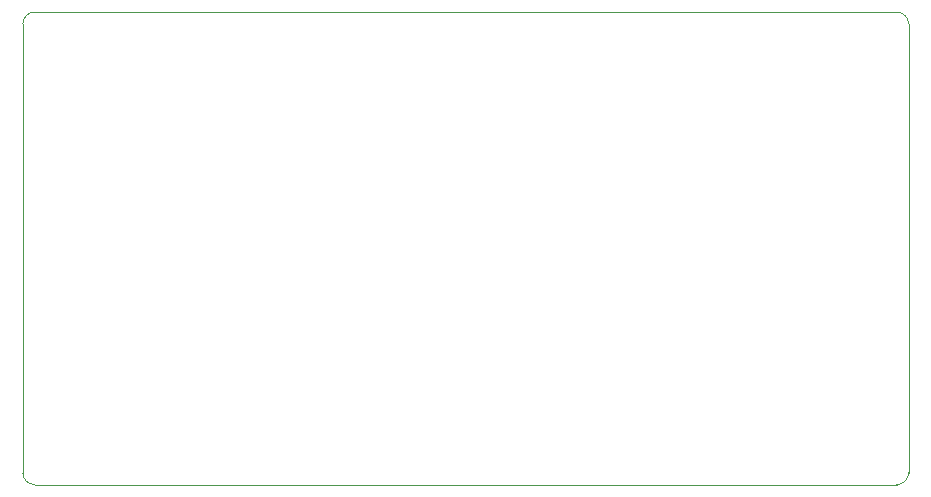
<source format=gm1>
G04 #@! TF.GenerationSoftware,KiCad,Pcbnew,8.0.1*
G04 #@! TF.CreationDate,2024-06-07T17:50:56+02:00*
G04 #@! TF.ProjectId,Remote,52656d6f-7465-42e6-9b69-6361645f7063,rev?*
G04 #@! TF.SameCoordinates,Original*
G04 #@! TF.FileFunction,Profile,NP*
%FSLAX46Y46*%
G04 Gerber Fmt 4.6, Leading zero omitted, Abs format (unit mm)*
G04 Created by KiCad (PCBNEW 8.0.1) date 2024-06-07 17:50:56*
%MOMM*%
%LPD*%
G01*
G04 APERTURE LIST*
G04 #@! TA.AperFunction,Profile*
%ADD10C,0.100000*%
G04 #@! TD*
G04 APERTURE END LIST*
D10*
X189535000Y-75250000D02*
G75*
G02*
X190535000Y-76250000I0J-1000000D01*
G01*
X189534999Y-115249999D02*
X116535001Y-115249999D01*
X190534999Y-114249999D02*
G75*
G02*
X189534999Y-115249999I-999999J-1D01*
G01*
X115535001Y-76250001D02*
G75*
G02*
X116535001Y-75250001I999999J1D01*
G01*
X190535000Y-76250000D02*
X190534999Y-114249999D01*
X116535001Y-75250001D02*
X189535000Y-75250000D01*
X115535001Y-114249999D02*
X115535001Y-76250001D01*
X116535001Y-115249999D02*
G75*
G02*
X115535001Y-114249999I-1J999999D01*
G01*
M02*

</source>
